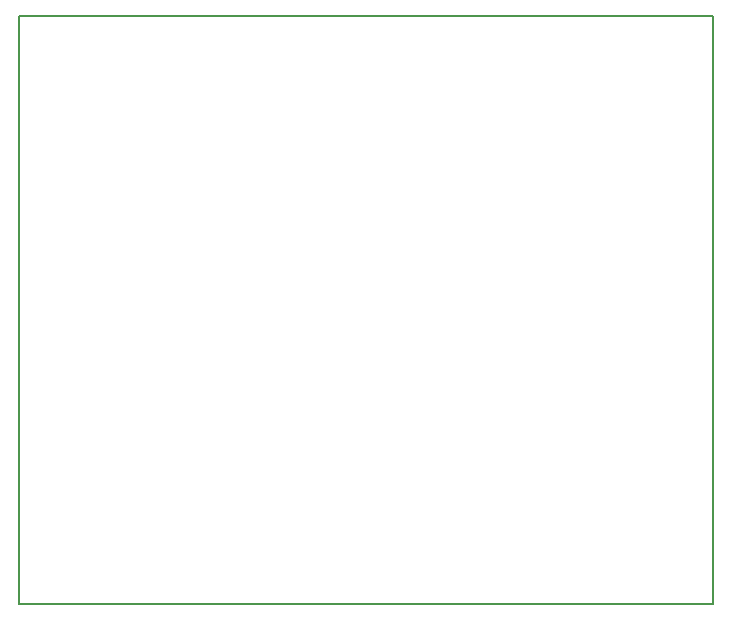
<source format=gm1>
G04 MADE WITH FRITZING*
G04 WWW.FRITZING.ORG*
G04 DOUBLE SIDED*
G04 HOLES PLATED*
G04 CONTOUR ON CENTER OF CONTOUR VECTOR*
%ASAXBY*%
%FSLAX23Y23*%
%MOIN*%
%OFA0B0*%
%SFA1.0B1.0*%
%ADD10R,2.322830X1.968500*%
%ADD11C,0.008000*%
%ADD10C,0.008*%
%LNCONTOUR*%
G90*
G70*
G54D10*
G54D11*
X4Y1965D02*
X2319Y1965D01*
X2319Y4D01*
X4Y4D01*
X4Y1965D01*
D02*
G04 End of contour*
M02*
</source>
